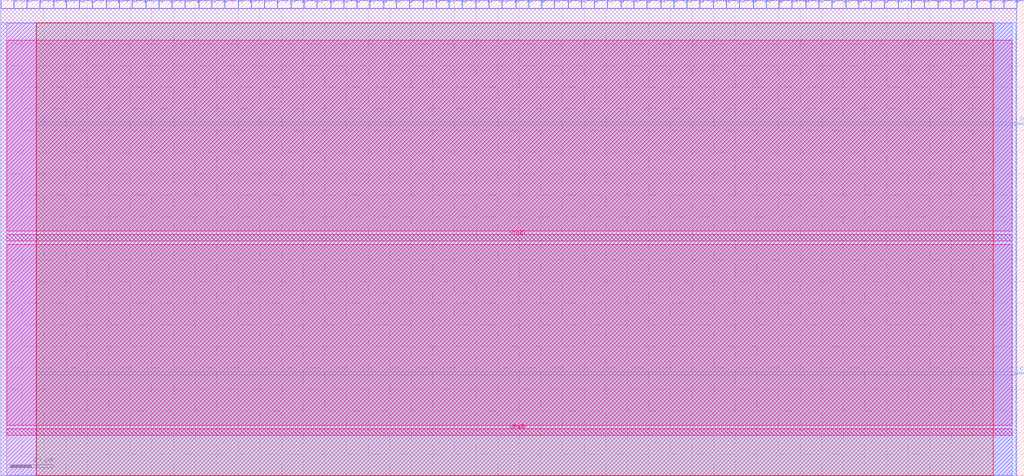
<source format=lef>
VERSION 5.7 ;
  NOWIREEXTENSIONATPIN ON ;
  DIVIDERCHAR "/" ;
  BUSBITCHARS "[]" ;
MACRO fd_hd_25_1
  CLASS BLOCK ;
  FOREIGN fd_hd_25_1 ;
  ORIGIN 0.000 0.000 ;
  SIZE 473.730 BY 220.560 ;
  PIN bus_in[0]
    DIRECTION INPUT ;
    PORT
      LAYER met2 ;
        RECT 6.000 216.560 6.280 220.560 ;
    END
  END bus_in[0]
  PIN bus_in[10]
    DIRECTION INPUT ;
    PORT
      LAYER met2 ;
        RECT 127.900 216.560 128.180 220.560 ;
    END
  END bus_in[10]
  PIN bus_in[11]
    DIRECTION INPUT ;
    PORT
      LAYER met2 ;
        RECT 140.320 216.560 140.600 220.560 ;
    END
  END bus_in[11]
  PIN bus_in[12]
    DIRECTION INPUT ;
    PORT
      LAYER met2 ;
        RECT 152.740 216.560 153.020 220.560 ;
    END
  END bus_in[12]
  PIN bus_in[13]
    DIRECTION INPUT ;
    PORT
      LAYER met2 ;
        RECT 164.700 216.560 164.980 220.560 ;
    END
  END bus_in[13]
  PIN bus_in[14]
    DIRECTION INPUT ;
    PORT
      LAYER met2 ;
        RECT 177.120 216.560 177.400 220.560 ;
    END
  END bus_in[14]
  PIN bus_in[15]
    DIRECTION INPUT ;
    PORT
      LAYER met2 ;
        RECT 189.080 216.560 189.360 220.560 ;
    END
  END bus_in[15]
  PIN bus_in[16]
    DIRECTION INPUT ;
    PORT
      LAYER met2 ;
        RECT 201.500 216.560 201.780 220.560 ;
    END
  END bus_in[16]
  PIN bus_in[17]
    DIRECTION INPUT ;
    PORT
      LAYER met2 ;
        RECT 213.460 216.560 213.740 220.560 ;
    END
  END bus_in[17]
  PIN bus_in[18]
    DIRECTION INPUT ;
    PORT
      LAYER met2 ;
        RECT 225.880 216.560 226.160 220.560 ;
    END
  END bus_in[18]
  PIN bus_in[19]
    DIRECTION INPUT ;
    PORT
      LAYER met2 ;
        RECT 238.300 216.560 238.580 220.560 ;
    END
  END bus_in[19]
  PIN bus_in[1]
    DIRECTION INPUT ;
    PORT
      LAYER met2 ;
        RECT 17.960 216.560 18.240 220.560 ;
    END
  END bus_in[1]
  PIN bus_in[20]
    DIRECTION INPUT ;
    PORT
      LAYER met2 ;
        RECT 250.260 216.560 250.540 220.560 ;
    END
  END bus_in[20]
  PIN bus_in[21]
    DIRECTION INPUT ;
    PORT
      LAYER met2 ;
        RECT 262.680 216.560 262.960 220.560 ;
    END
  END bus_in[21]
  PIN bus_in[22]
    DIRECTION INPUT ;
    PORT
      LAYER met2 ;
        RECT 274.640 216.560 274.920 220.560 ;
    END
  END bus_in[22]
  PIN bus_in[23]
    DIRECTION INPUT ;
    PORT
      LAYER met2 ;
        RECT 287.060 216.560 287.340 220.560 ;
    END
  END bus_in[23]
  PIN bus_in[24]
    DIRECTION INPUT ;
    PORT
      LAYER met2 ;
        RECT 299.020 216.560 299.300 220.560 ;
    END
  END bus_in[24]
  PIN bus_in[25]
    DIRECTION INPUT ;
    PORT
      LAYER met2 ;
        RECT 311.440 216.560 311.720 220.560 ;
    END
  END bus_in[25]
  PIN bus_in[26]
    DIRECTION INPUT ;
    PORT
      LAYER met2 ;
        RECT 323.400 216.560 323.680 220.560 ;
    END
  END bus_in[26]
  PIN bus_in[27]
    DIRECTION INPUT ;
    PORT
      LAYER met2 ;
        RECT 335.820 216.560 336.100 220.560 ;
    END
  END bus_in[27]
  PIN bus_in[28]
    DIRECTION INPUT ;
    PORT
      LAYER met2 ;
        RECT 348.240 216.560 348.520 220.560 ;
    END
  END bus_in[28]
  PIN bus_in[29]
    DIRECTION INPUT ;
    PORT
      LAYER met2 ;
        RECT 360.200 216.560 360.480 220.560 ;
    END
  END bus_in[29]
  PIN bus_in[2]
    DIRECTION INPUT ;
    PORT
      LAYER met2 ;
        RECT 30.380 216.560 30.660 220.560 ;
    END
  END bus_in[2]
  PIN bus_in[30]
    DIRECTION INPUT ;
    PORT
      LAYER met2 ;
        RECT 372.620 216.560 372.900 220.560 ;
    END
  END bus_in[30]
  PIN bus_in[31]
    DIRECTION INPUT ;
    PORT
      LAYER met2 ;
        RECT 384.580 216.560 384.860 220.560 ;
    END
  END bus_in[31]
  PIN bus_in[32]
    DIRECTION INPUT ;
    PORT
      LAYER met2 ;
        RECT 397.000 216.560 397.280 220.560 ;
    END
  END bus_in[32]
  PIN bus_in[33]
    DIRECTION INPUT ;
    PORT
      LAYER met2 ;
        RECT 408.960 216.560 409.240 220.560 ;
    END
  END bus_in[33]
  PIN bus_in[34]
    DIRECTION INPUT ;
    PORT
      LAYER met2 ;
        RECT 421.380 216.560 421.660 220.560 ;
    END
  END bus_in[34]
  PIN bus_in[35]
    DIRECTION INPUT ;
    PORT
      LAYER met2 ;
        RECT 433.800 216.560 434.080 220.560 ;
    END
  END bus_in[35]
  PIN bus_in[36]
    DIRECTION INPUT ;
    PORT
      LAYER met2 ;
        RECT 439.780 216.560 440.060 220.560 ;
    END
  END bus_in[36]
  PIN bus_in[37]
    DIRECTION INPUT ;
    PORT
      LAYER met2 ;
        RECT 445.760 216.560 446.040 220.560 ;
    END
  END bus_in[37]
  PIN bus_in[38]
    DIRECTION INPUT ;
    PORT
      LAYER met2 ;
        RECT 451.740 216.560 452.020 220.560 ;
    END
  END bus_in[38]
  PIN bus_in[39]
    DIRECTION INPUT ;
    PORT
      LAYER met2 ;
        RECT 458.180 216.560 458.460 220.560 ;
    END
  END bus_in[39]
  PIN bus_in[3]
    DIRECTION INPUT ;
    PORT
      LAYER met2 ;
        RECT 42.340 216.560 42.620 220.560 ;
    END
  END bus_in[3]
  PIN bus_in[40]
    DIRECTION INPUT ;
    PORT
      LAYER met2 ;
        RECT 464.160 216.560 464.440 220.560 ;
    END
  END bus_in[40]
  PIN bus_in[41]
    DIRECTION INPUT ;
    PORT
      LAYER met2 ;
        RECT 470.140 216.560 470.420 220.560 ;
    END
  END bus_in[41]
  PIN bus_in[4]
    DIRECTION INPUT ;
    PORT
      LAYER met2 ;
        RECT 54.760 216.560 55.040 220.560 ;
    END
  END bus_in[4]
  PIN bus_in[5]
    DIRECTION INPUT ;
    PORT
      LAYER met2 ;
        RECT 67.180 216.560 67.460 220.560 ;
    END
  END bus_in[5]
  PIN bus_in[6]
    DIRECTION INPUT ;
    PORT
      LAYER met2 ;
        RECT 79.140 216.560 79.420 220.560 ;
    END
  END bus_in[6]
  PIN bus_in[7]
    DIRECTION INPUT ;
    PORT
      LAYER met2 ;
        RECT 91.560 216.560 91.840 220.560 ;
    END
  END bus_in[7]
  PIN bus_in[8]
    DIRECTION INPUT ;
    PORT
      LAYER met2 ;
        RECT 103.520 216.560 103.800 220.560 ;
    END
  END bus_in[8]
  PIN bus_in[9]
    DIRECTION INPUT ;
    PORT
      LAYER met2 ;
        RECT 115.940 216.560 116.220 220.560 ;
    END
  END bus_in[9]
  PIN bus_out[0]
    DIRECTION OUTPUT TRISTATE ;
    PORT
      LAYER met2 ;
        RECT 11.980 216.560 12.260 220.560 ;
    END
  END bus_out[0]
  PIN bus_out[10]
    DIRECTION OUTPUT TRISTATE ;
    PORT
      LAYER met2 ;
        RECT 134.340 216.560 134.620 220.560 ;
    END
  END bus_out[10]
  PIN bus_out[11]
    DIRECTION OUTPUT TRISTATE ;
    PORT
      LAYER met2 ;
        RECT 146.300 216.560 146.580 220.560 ;
    END
  END bus_out[11]
  PIN bus_out[12]
    DIRECTION OUTPUT TRISTATE ;
    PORT
      LAYER met2 ;
        RECT 158.720 216.560 159.000 220.560 ;
    END
  END bus_out[12]
  PIN bus_out[13]
    DIRECTION OUTPUT TRISTATE ;
    PORT
      LAYER met2 ;
        RECT 170.680 216.560 170.960 220.560 ;
    END
  END bus_out[13]
  PIN bus_out[14]
    DIRECTION OUTPUT TRISTATE ;
    PORT
      LAYER met2 ;
        RECT 183.100 216.560 183.380 220.560 ;
    END
  END bus_out[14]
  PIN bus_out[15]
    DIRECTION OUTPUT TRISTATE ;
    PORT
      LAYER met2 ;
        RECT 195.520 216.560 195.800 220.560 ;
    END
  END bus_out[15]
  PIN bus_out[16]
    DIRECTION OUTPUT TRISTATE ;
    PORT
      LAYER met2 ;
        RECT 207.480 216.560 207.760 220.560 ;
    END
  END bus_out[16]
  PIN bus_out[17]
    DIRECTION OUTPUT TRISTATE ;
    PORT
      LAYER met2 ;
        RECT 219.900 216.560 220.180 220.560 ;
    END
  END bus_out[17]
  PIN bus_out[18]
    DIRECTION OUTPUT TRISTATE ;
    PORT
      LAYER met2 ;
        RECT 231.860 216.560 232.140 220.560 ;
    END
  END bus_out[18]
  PIN bus_out[19]
    DIRECTION OUTPUT TRISTATE ;
    PORT
      LAYER met2 ;
        RECT 244.280 216.560 244.560 220.560 ;
    END
  END bus_out[19]
  PIN bus_out[1]
    DIRECTION OUTPUT TRISTATE ;
    PORT
      LAYER met2 ;
        RECT 24.400 216.560 24.680 220.560 ;
    END
  END bus_out[1]
  PIN bus_out[20]
    DIRECTION OUTPUT TRISTATE ;
    PORT
      LAYER met2 ;
        RECT 256.240 216.560 256.520 220.560 ;
    END
  END bus_out[20]
  PIN bus_out[21]
    DIRECTION OUTPUT TRISTATE ;
    PORT
      LAYER met2 ;
        RECT 268.660 216.560 268.940 220.560 ;
    END
  END bus_out[21]
  PIN bus_out[22]
    DIRECTION OUTPUT TRISTATE ;
    PORT
      LAYER met2 ;
        RECT 280.620 216.560 280.900 220.560 ;
    END
  END bus_out[22]
  PIN bus_out[23]
    DIRECTION OUTPUT TRISTATE ;
    PORT
      LAYER met2 ;
        RECT 293.040 216.560 293.320 220.560 ;
    END
  END bus_out[23]
  PIN bus_out[24]
    DIRECTION OUTPUT TRISTATE ;
    PORT
      LAYER met2 ;
        RECT 305.460 216.560 305.740 220.560 ;
    END
  END bus_out[24]
  PIN bus_out[25]
    DIRECTION OUTPUT TRISTATE ;
    PORT
      LAYER met2 ;
        RECT 317.420 216.560 317.700 220.560 ;
    END
  END bus_out[25]
  PIN bus_out[26]
    DIRECTION OUTPUT TRISTATE ;
    PORT
      LAYER met2 ;
        RECT 329.840 216.560 330.120 220.560 ;
    END
  END bus_out[26]
  PIN bus_out[27]
    DIRECTION OUTPUT TRISTATE ;
    PORT
      LAYER met2 ;
        RECT 341.800 216.560 342.080 220.560 ;
    END
  END bus_out[27]
  PIN bus_out[28]
    DIRECTION OUTPUT TRISTATE ;
    PORT
      LAYER met2 ;
        RECT 354.220 216.560 354.500 220.560 ;
    END
  END bus_out[28]
  PIN bus_out[29]
    DIRECTION OUTPUT TRISTATE ;
    PORT
      LAYER met2 ;
        RECT 366.180 216.560 366.460 220.560 ;
    END
  END bus_out[29]
  PIN bus_out[2]
    DIRECTION OUTPUT TRISTATE ;
    PORT
      LAYER met2 ;
        RECT 36.360 216.560 36.640 220.560 ;
    END
  END bus_out[2]
  PIN bus_out[30]
    DIRECTION OUTPUT TRISTATE ;
    PORT
      LAYER met2 ;
        RECT 378.600 216.560 378.880 220.560 ;
    END
  END bus_out[30]
  PIN bus_out[31]
    DIRECTION OUTPUT TRISTATE ;
    PORT
      LAYER met2 ;
        RECT 391.020 216.560 391.300 220.560 ;
    END
  END bus_out[31]
  PIN bus_out[32]
    DIRECTION OUTPUT TRISTATE ;
    PORT
      LAYER met2 ;
        RECT 402.980 216.560 403.260 220.560 ;
    END
  END bus_out[32]
  PIN bus_out[33]
    DIRECTION OUTPUT TRISTATE ;
    PORT
      LAYER met2 ;
        RECT 415.400 216.560 415.680 220.560 ;
    END
  END bus_out[33]
  PIN bus_out[34]
    DIRECTION OUTPUT TRISTATE ;
    PORT
      LAYER met2 ;
        RECT 427.360 216.560 427.640 220.560 ;
    END
  END bus_out[34]
  PIN bus_out[3]
    DIRECTION OUTPUT TRISTATE ;
    PORT
      LAYER met2 ;
        RECT 48.780 216.560 49.060 220.560 ;
    END
  END bus_out[3]
  PIN bus_out[4]
    DIRECTION OUTPUT TRISTATE ;
    PORT
      LAYER met2 ;
        RECT 60.740 216.560 61.020 220.560 ;
    END
  END bus_out[4]
  PIN bus_out[5]
    DIRECTION OUTPUT TRISTATE ;
    PORT
      LAYER met2 ;
        RECT 73.160 216.560 73.440 220.560 ;
    END
  END bus_out[5]
  PIN bus_out[6]
    DIRECTION OUTPUT TRISTATE ;
    PORT
      LAYER met2 ;
        RECT 85.120 216.560 85.400 220.560 ;
    END
  END bus_out[6]
  PIN bus_out[7]
    DIRECTION OUTPUT TRISTATE ;
    PORT
      LAYER met2 ;
        RECT 97.540 216.560 97.820 220.560 ;
    END
  END bus_out[7]
  PIN bus_out[8]
    DIRECTION OUTPUT TRISTATE ;
    PORT
      LAYER met2 ;
        RECT 109.960 216.560 110.240 220.560 ;
    END
  END bus_out[8]
  PIN bus_out[9]
    DIRECTION OUTPUT TRISTATE ;
    PORT
      LAYER met2 ;
        RECT 121.920 216.560 122.200 220.560 ;
    END
  END bus_out[9]
  PIN clk_i
    DIRECTION INPUT ;
    PORT
      LAYER met3 ;
        RECT 469.730 47.200 473.730 47.800 ;
    END
  END clk_i
  PIN out_o
    DIRECTION OUTPUT TRISTATE ;
    PORT
      LAYER met3 ;
        RECT 469.730 162.800 473.730 163.400 ;
    END
  END out_o
  PIN rst_n_i
    DIRECTION INPUT ;
    PORT
      LAYER met2 ;
        RECT 0.020 216.560 0.300 220.560 ;
    END
  END rst_n_i
  PIN VPWR
    DIRECTION INPUT ;
    USE POWER ;
    PORT
      LAYER met5 ;
        RECT 2.690 18.740 468.210 21.740 ;
    END
  END VPWR
  PIN VGND
    DIRECTION INPUT ;
    USE GROUND ;
    PORT
      LAYER met5 ;
        RECT 2.690 108.740 468.210 111.740 ;
    END
  END VGND
  OBS
      LAYER li1 ;
        RECT 2.690 0.155 468.210 209.765 ;
      LAYER met1 ;
        RECT 0.000 0.000 468.210 209.920 ;
      LAYER met2 ;
        RECT 0.580 216.280 5.720 216.560 ;
        RECT 6.560 216.280 11.700 216.560 ;
        RECT 12.540 216.280 17.680 216.560 ;
        RECT 18.520 216.280 24.120 216.560 ;
        RECT 24.960 216.280 30.100 216.560 ;
        RECT 30.940 216.280 36.080 216.560 ;
        RECT 36.920 216.280 42.060 216.560 ;
        RECT 42.900 216.280 48.500 216.560 ;
        RECT 49.340 216.280 54.480 216.560 ;
        RECT 55.320 216.280 60.460 216.560 ;
        RECT 61.300 216.280 66.900 216.560 ;
        RECT 67.740 216.280 72.880 216.560 ;
        RECT 73.720 216.280 78.860 216.560 ;
        RECT 79.700 216.280 84.840 216.560 ;
        RECT 85.680 216.280 91.280 216.560 ;
        RECT 92.120 216.280 97.260 216.560 ;
        RECT 98.100 216.280 103.240 216.560 ;
        RECT 104.080 216.280 109.680 216.560 ;
        RECT 110.520 216.280 115.660 216.560 ;
        RECT 116.500 216.280 121.640 216.560 ;
        RECT 122.480 216.280 127.620 216.560 ;
        RECT 128.460 216.280 134.060 216.560 ;
        RECT 134.900 216.280 140.040 216.560 ;
        RECT 140.880 216.280 146.020 216.560 ;
        RECT 146.860 216.280 152.460 216.560 ;
        RECT 153.300 216.280 158.440 216.560 ;
        RECT 159.280 216.280 164.420 216.560 ;
        RECT 165.260 216.280 170.400 216.560 ;
        RECT 171.240 216.280 176.840 216.560 ;
        RECT 177.680 216.280 182.820 216.560 ;
        RECT 183.660 216.280 188.800 216.560 ;
        RECT 189.640 216.280 195.240 216.560 ;
        RECT 196.080 216.280 201.220 216.560 ;
        RECT 202.060 216.280 207.200 216.560 ;
        RECT 208.040 216.280 213.180 216.560 ;
        RECT 214.020 216.280 219.620 216.560 ;
        RECT 220.460 216.280 225.600 216.560 ;
        RECT 226.440 216.280 231.580 216.560 ;
        RECT 232.420 216.280 238.020 216.560 ;
        RECT 238.860 216.280 244.000 216.560 ;
        RECT 244.840 216.280 249.980 216.560 ;
        RECT 250.820 216.280 255.960 216.560 ;
        RECT 256.800 216.280 262.400 216.560 ;
        RECT 263.240 216.280 268.380 216.560 ;
        RECT 269.220 216.280 274.360 216.560 ;
        RECT 275.200 216.280 280.340 216.560 ;
        RECT 281.180 216.280 286.780 216.560 ;
        RECT 287.620 216.280 292.760 216.560 ;
        RECT 293.600 216.280 298.740 216.560 ;
        RECT 299.580 216.280 305.180 216.560 ;
        RECT 306.020 216.280 311.160 216.560 ;
        RECT 312.000 216.280 317.140 216.560 ;
        RECT 317.980 216.280 323.120 216.560 ;
        RECT 323.960 216.280 329.560 216.560 ;
        RECT 330.400 216.280 335.540 216.560 ;
        RECT 336.380 216.280 341.520 216.560 ;
        RECT 342.360 216.280 347.960 216.560 ;
        RECT 348.800 216.280 353.940 216.560 ;
        RECT 354.780 216.280 359.920 216.560 ;
        RECT 360.760 216.280 365.900 216.560 ;
        RECT 366.740 216.280 372.340 216.560 ;
        RECT 373.180 216.280 378.320 216.560 ;
        RECT 379.160 216.280 384.300 216.560 ;
        RECT 385.140 216.280 390.740 216.560 ;
        RECT 391.580 216.280 396.720 216.560 ;
        RECT 397.560 216.280 402.700 216.560 ;
        RECT 403.540 216.280 408.680 216.560 ;
        RECT 409.520 216.280 415.120 216.560 ;
        RECT 415.960 216.280 421.100 216.560 ;
        RECT 421.940 216.280 427.080 216.560 ;
        RECT 427.920 216.280 433.520 216.560 ;
        RECT 434.360 216.280 439.500 216.560 ;
        RECT 440.340 216.280 445.480 216.560 ;
        RECT 446.320 216.280 451.460 216.560 ;
        RECT 452.300 216.280 457.900 216.560 ;
        RECT 458.740 216.280 463.880 216.560 ;
        RECT 464.720 216.280 469.860 216.560 ;
        RECT 0.030 0.000 470.350 216.280 ;
      LAYER met3 ;
        RECT 16.760 163.800 469.730 209.845 ;
        RECT 16.760 162.400 469.330 163.800 ;
        RECT 16.760 48.200 469.730 162.400 ;
        RECT 16.760 46.800 469.330 48.200 ;
        RECT 16.760 0.075 469.730 46.800 ;
      LAYER met4 ;
        RECT 16.360 0.000 459.370 209.920 ;
      LAYER met5 ;
        RECT 2.690 113.340 468.210 201.750 ;
        RECT 2.690 23.340 468.210 107.140 ;
  END
END fd_hd_25_1
END LIBRARY


</source>
